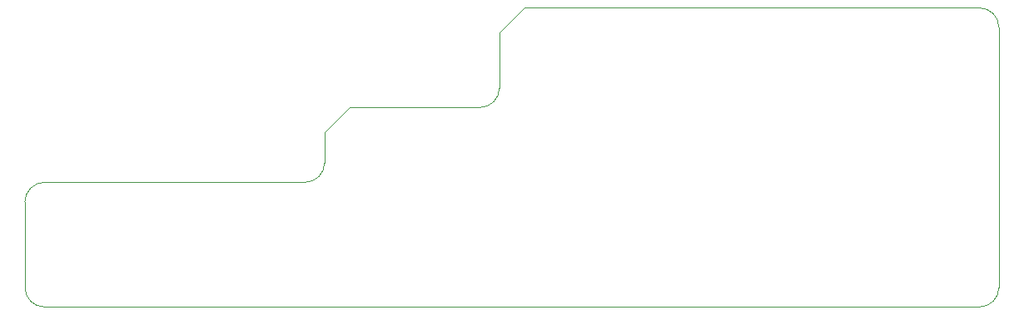
<source format=gm1>
%TF.GenerationSoftware,KiCad,Pcbnew,5.1.9+dfsg1-1*%
%TF.CreationDate,2022-04-01T11:17:58+02:00*%
%TF.ProjectId,AmigaPCDriveAdapter,416d6967-6150-4434-9472-697665416461,2.0*%
%TF.SameCoordinates,Original*%
%TF.FileFunction,Profile,NP*%
%FSLAX46Y46*%
G04 Gerber Fmt 4.6, Leading zero omitted, Abs format (unit mm)*
G04 Created by KiCad (PCBNEW 5.1.9+dfsg1-1) date 2022-04-01 11:17:58*
%MOMM*%
%LPD*%
G01*
G04 APERTURE LIST*
%TA.AperFunction,Profile*%
%ADD10C,0.100000*%
%TD*%
G04 APERTURE END LIST*
D10*
X132480000Y-100760000D02*
G75*
G02*
X130480000Y-102760000I-2000000J0D01*
G01*
X102000000Y-104760000D02*
G75*
G02*
X104000000Y-102760000I2000000J0D01*
G01*
X150260000Y-93140000D02*
G75*
G02*
X148260000Y-95140000I-2000000J0D01*
G01*
X104000000Y-115460000D02*
G75*
G02*
X102000000Y-113460000I0J2000000D01*
G01*
X201060000Y-113460000D02*
G75*
G02*
X199060000Y-115460000I-2000000J0D01*
G01*
X199060000Y-84980000D02*
G75*
G02*
X201060000Y-86980000I0J-2000000D01*
G01*
X201060000Y-113460000D02*
X201060000Y-86980000D01*
X104000000Y-115460000D02*
X199060000Y-115460000D01*
X102000000Y-104760000D02*
X102000000Y-113460000D01*
X130480000Y-102760000D02*
X104000000Y-102760000D01*
X132480000Y-97680000D02*
X132480000Y-100760000D01*
X135020000Y-95140000D02*
X132480000Y-97680000D01*
X148260000Y-95140000D02*
X135020000Y-95140000D01*
X150260000Y-87520000D02*
X150260000Y-93140000D01*
X152800000Y-84980000D02*
X150260000Y-87520000D01*
X199060000Y-84980000D02*
X152800000Y-84980000D01*
M02*

</source>
